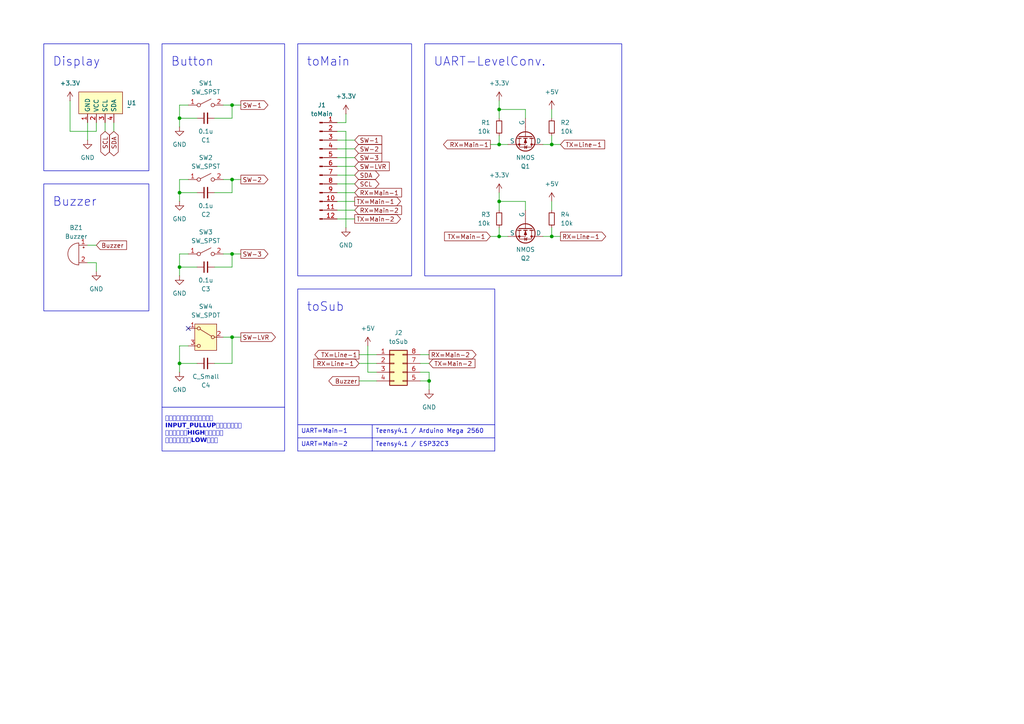
<source format=kicad_sch>
(kicad_sch (version 20250114) (generator "eeschema") (generator_version "9.0")
  (paper "A4")
  (lib_symbols
    (symbol "2025-ui:display-SSD1306"
      (property "Reference" "U" (at 0 1.27 0))
      (symbol "display-SSD1306_1_1"
        (rectangle (start -6.35 0) (end 6.35 -6.35) (fill (type background)))
        (pin passive line (at -3.81 -8.89 90) (length 2.54) (name "GND") (number "1"))
        (pin passive line (at -1.27 -8.89 90) (length 2.54) (name "VCC") (number "2"))
        (pin passive line (at 1.27 -8.89 90) (length 2.54) (name "SCL") (number "3"))
        (pin passive line (at 3.81 -8.89 90) (length 2.54) (name "SDA") (number "4"))
      )
    )
    (symbol "Connector:Conn_01x12_Pin" (pin_names (offset 1.016) (hide yes))
      (property "Reference" "J" (at 0 15.24 0))
      (property "Value" "Conn_01x12_Pin" (at 0 -17.78 0))
      (symbol "Conn_01x12_Pin_1_1"
        (rectangle (start 0.8636 12.827) (end 0 12.573) (stroke (width 0.1524)) (fill (type outline)))
        (rectangle (start 0.8636 10.287) (end 0 10.033) (stroke (width 0.1524)) (fill (type outline)))
        (rectangle (start 0.8636 7.747) (end 0 7.493) (stroke (width 0.1524)) (fill (type outline)))
        (rectangle (start 0.8636 5.207) (end 0 4.953) (stroke (width 0.1524)) (fill (type outline)))
        (rectangle (start 0.8636 2.667) (end 0 2.413) (stroke (width 0.1524)) (fill (type outline)))
        (rectangle (start 0.8636 0.127) (end 0 -0.127) (stroke (width 0.1524)) (fill (type outline)))
        (rectangle (start 0.8636 -2.413) (end 0 -2.667) (stroke (width 0.1524)) (fill (type outline)))
        (rectangle (start 0.8636 -4.953) (end 0 -5.207) (stroke (width 0.1524)) (fill (type outline)))
        (rectangle (start 0.8636 -7.493) (end 0 -7.747) (stroke (width 0.1524)) (fill (type outline)))
        (rectangle (start 0.8636 -10.033) (end 0 -10.287) (stroke (width 0.1524)) (fill (type outline)))
        (rectangle (start 0.8636 -12.573) (end 0 -12.827) (stroke (width 0.1524)) (fill (type outline)))
        (rectangle (start 0.8636 -15.113) (end 0 -15.367) (stroke (width 0.1524)) (fill (type outline)))
        (polyline (pts (xy 1.27 12.7) (xy 0.8636 12.7)) (stroke (width 0.1524)))
        (polyline (pts (xy 1.27 10.16) (xy 0.8636 10.16)) (stroke (width 0.1524)))
        (polyline (pts (xy 1.27 7.62) (xy 0.8636 7.62)) (stroke (width 0.1524)))
        (polyline (pts (xy 1.27 5.08) (xy 0.8636 5.08)) (stroke (width 0.1524)))
        (polyline (pts (xy 1.27 2.54) (xy 0.8636 2.54)) (stroke (width 0.1524)))
        (polyline (pts (xy 1.27 0) (xy 0.8636 0)) (stroke (width 0.1524)))
        (polyline (pts (xy 1.27 -2.54) (xy 0.8636 -2.54)) (stroke (width 0.1524)))
        (polyline (pts (xy 1.27 -5.08) (xy 0.8636 -5.08)) (stroke (width 0.1524)))
        (polyline (pts (xy 1.27 -7.62) (xy 0.8636 -7.62)) (stroke (width 0.1524)))
        (polyline (pts (xy 1.27 -10.16) (xy 0.8636 -10.16)) (stroke (width 0.1524)))
        (polyline (pts (xy 1.27 -12.7) (xy 0.8636 -12.7)) (stroke (width 0.1524)))
        (polyline (pts (xy 1.27 -15.24) (xy 0.8636 -15.24)) (stroke (width 0.1524)))
        (pin passive line (at 5.08 12.7 180) (length 3.81) (name "Pin_1") (number "1"))
        (pin passive line (at 5.08 10.16 180) (length 3.81) (name "Pin_2") (number "2"))
        (pin passive line (at 5.08 7.62 180) (length 3.81) (name "Pin_3") (number "3"))
        (pin passive line (at 5.08 5.08 180) (length 3.81) (name "Pin_4") (number "4"))
        (pin passive line (at 5.08 2.54 180) (length 3.81) (name "Pin_5") (number "5"))
        (pin passive line (at 5.08 0 180) (length 3.81) (name "Pin_6") (number "6"))
        (pin passive line (at 5.08 -2.54 180) (length 3.81) (name "Pin_7") (number "7"))
        (pin passive line (at 5.08 -5.08 180) (length 3.81) (name "Pin_8") (number "8"))
        (pin passive line (at 5.08 -7.62 180) (length 3.81) (name "Pin_9") (number "9"))
        (pin passive line (at 5.08 -10.16 180) (length 3.81) (name "Pin_10") (number "10"))
        (pin passive line (at 5.08 -12.7 180) (length 3.81) (name "Pin_11") (number "11"))
        (pin passive line (at 5.08 -15.24 180) (length 3.81) (name "Pin_12") (number "12"))
      )
    )
    (symbol "Connector_Generic:Conn_02x04_Counter_Clockwise" (pin_names (offset 1.016) (hide yes))
      (property "Reference" "J" (at 1.27 5.08 0))
      (property "Value" "Conn_02x04_Counter_Clockwise" (at 1.27 -7.62 0))
      (symbol "Conn_02x04_Counter_Clockwise_1_1"
        (rectangle (start -1.27 3.81) (end 3.81 -6.35) (stroke (width 0.254)) (fill (type background)))
        (rectangle (start -1.27 2.667) (end 0 2.413) (stroke (width 0.1524)))
        (rectangle (start -1.27 0.127) (end 0 -0.127) (stroke (width 0.1524)))
        (rectangle (start -1.27 -2.413) (end 0 -2.667) (stroke (width 0.1524)))
        (rectangle (start -1.27 -4.953) (end 0 -5.207) (stroke (width 0.1524)))
        (rectangle (start 3.81 2.667) (end 2.54 2.413) (stroke (width 0.1524)))
        (rectangle (start 3.81 0.127) (end 2.54 -0.127) (stroke (width 0.1524)))
        (rectangle (start 3.81 -2.413) (end 2.54 -2.667) (stroke (width 0.1524)))
        (rectangle (start 3.81 -4.953) (end 2.54 -5.207) (stroke (width 0.1524)))
        (pin passive line (at -5.08 2.54 0) (length 3.81) (name "Pin_1") (number "1"))
        (pin passive line (at -5.08 0 0) (length 3.81) (name "Pin_2") (number "2"))
        (pin passive line (at -5.08 -2.54 0) (length 3.81) (name "Pin_3") (number "3"))
        (pin passive line (at -5.08 -5.08 0) (length 3.81) (name "Pin_4") (number "4"))
        (pin passive line (at 7.62 2.54 180) (length 3.81) (name "Pin_8") (number "8"))
        (pin passive line (at 7.62 0 180) (length 3.81) (name "Pin_7") (number "7"))
        (pin passive line (at 7.62 -2.54 180) (length 3.81) (name "Pin_6") (number "6"))
        (pin passive line (at 7.62 -5.08 180) (length 3.81) (name "Pin_5") (number "5"))
      )
    )
    (symbol "Device:Buzzer" (pin_names (offset 0.0254) (hide yes))
      (property "Reference" "BZ" (at 3.81 1.27 0))
      (property "Value" "Buzzer" (at 3.81 -1.27 0))
      (symbol "Buzzer_0_1"
        (polyline (pts (xy -1.651 1.905) (xy -1.143 1.905)))
        (polyline (pts (xy -1.397 2.159) (xy -1.397 1.651)))
        (arc (start 0 3.175) (mid 3.1612 0) (end 0 -3.175))
        (polyline (pts (xy 0 3.175) (xy 0 -3.175)))
      )
      (symbol "Buzzer_1_1"
        (pin passive line (at -2.54 2.54 0) (length 2.54) (name "+") (number "1"))
        (pin passive line (at -2.54 -2.54 0) (length 2.54) (name "-") (number "2"))
      )
    )
    (symbol "Device:C_Small" (pin_numbers (hide yes)) (pin_names (offset 0.254) (hide yes))
      (property "Reference" "C" (at 0.254 1.778 0))
      (property "Value" "C_Small" (at 0.254 -2.032 0))
      (symbol "C_Small_0_1"
        (polyline (pts (xy -1.524 0.508) (xy 1.524 0.508)) (stroke (width 0.3048)))
        (polyline (pts (xy -1.524 -0.508) (xy 1.524 -0.508)) (stroke (width 0.3302)))
      )
      (symbol "C_Small_1_1"
        (pin passive line (at 0 2.54 270) (length 2.032) (name "~") (number "1"))
        (pin passive line (at 0 -2.54 90) (length 2.032) (name "~") (number "2"))
      )
    )
    (symbol "Device:R_Small" (pin_numbers (hide yes)) (pin_names (offset 0.254) (hide yes))
      (property "Reference" "R" (at 0.762 0.508 0))
      (property "Value" "R_Small" (at 0.762 -1.016 0))
      (symbol "R_Small_0_1"
        (rectangle (start -0.762 1.778) (end 0.762 -1.778) (stroke (width 0.2032)))
      )
      (symbol "R_Small_1_1"
        (pin passive line (at 0 2.54 270) (length 0.762) (name "~") (number "1"))
        (pin passive line (at 0 -2.54 90) (length 0.762) (name "~") (number "2"))
      )
    )
    (symbol "Simulation_SPICE:NMOS" (pin_numbers (hide yes)) (pin_names (offset 0))
      (property "Reference" "Q" (at 5.08 1.27 0))
      (property "Value" "NMOS" (at 5.08 -1.27 0))
      (symbol "NMOS_0_1"
        (polyline (pts (xy 0.254 1.905) (xy 0.254 -1.905)) (stroke (width 0.254)))
        (polyline (pts (xy 0.254 0) (xy -2.54 0)))
        (polyline (pts (xy 0.762 2.286) (xy 0.762 1.27)) (stroke (width 0.254)))
        (polyline (pts (xy 0.762 0.508) (xy 0.762 -0.508)) (stroke (width 0.254)))
        (polyline (pts (xy 0.762 -1.27) (xy 0.762 -2.286)) (stroke (width 0.254)))
        (polyline (pts (xy 0.762 -1.778) (xy 3.302 -1.778) (xy 3.302 1.778) (xy 0.762 1.778)))
        (polyline (pts (xy 1.016 0) (xy 2.032 0.381) (xy 2.032 -0.381) (xy 1.016 0)) (fill (type outline)))
        (circle (center 1.651 0) (radius 2.794) (stroke (width 0.254)))
        (polyline (pts (xy 2.54 2.54) (xy 2.54 1.778)))
        (circle (center 2.54 1.778) (radius 0.254) (fill (type outline)))
        (circle (center 2.54 -1.778) (radius 0.254) (fill (type outline)))
        (polyline (pts (xy 2.54 -2.54) (xy 2.54 0) (xy 0.762 0)))
        (polyline (pts (xy 2.794 0.508) (xy 2.921 0.381) (xy 3.683 0.381) (xy 3.81 0.254)))
        (polyline (pts (xy 3.302 0.381) (xy 2.921 -0.254) (xy 3.683 -0.254) (xy 3.302 0.381)))
      )
      (symbol "NMOS_1_1"
        (pin input line (at -5.08 0 0) (length 2.54) (name "G") (number "2"))
        (pin passive line (at 2.54 5.08 270) (length 2.54) (name "D") (number "1"))
        (pin passive line (at 2.54 -5.08 90) (length 2.54) (name "S") (number "3"))
      )
    )
    (symbol "Switch:SW_SPDT" (pin_names (offset 0) (hide yes))
      (property "Reference" "SW" (at 0 5.08 0))
      (property "Value" "SW_SPDT" (at 0 -5.08 0))
      (symbol "SW_SPDT_0_1"
        (circle (center -2.032 0) (radius 0.4572))
        (polyline (pts (xy -1.651 0.254) (xy 1.651 2.286)))
        (circle (center 2.032 2.54) (radius 0.4572))
        (circle (center 2.032 -2.54) (radius 0.4572))
      )
      (symbol "SW_SPDT_1_1"
        (rectangle (start -3.175 3.81) (end 3.175 -3.81) (fill (type background)))
        (pin passive line (at -5.08 0 0) (length 2.54) (name "B") (number "2"))
        (pin passive line (at 5.08 2.54 180) (length 2.54) (name "A") (number "1"))
        (pin passive line (at 5.08 -2.54 180) (length 2.54) (name "C") (number "3"))
      )
    )
    (symbol "Switch:SW_SPST" (pin_names (offset 0) (hide yes))
      (property "Reference" "SW" (at 0 3.175 0))
      (property "Value" "SW_SPST" (at 0 -2.54 0))
      (symbol "SW_SPST_0_0"
        (circle (center -2.032 0) (radius 0.508))
        (polyline (pts (xy -1.524 0.254) (xy 1.524 1.778)))
        (circle (center 2.032 0) (radius 0.508))
      )
      (symbol "SW_SPST_1_1"
        (pin passive line (at -5.08 0 0) (length 2.54) (name "A") (number "1"))
        (pin passive line (at 5.08 0 180) (length 2.54) (name "B") (number "2"))
      )
    )
    (symbol "power:+3.3V" (power) (pin_numbers (hide yes)) (pin_names (offset 0) (hide yes))
      (property "Value" "+3.3V" (at 0 3.556 0))
      (symbol "+3.3V_0_1"
        (polyline (pts (xy -0.762 1.27) (xy 0 2.54)))
        (polyline (pts (xy 0 2.54) (xy 0.762 1.27)))
        (polyline (pts (xy 0 0) (xy 0 2.54)))
      )
      (symbol "+3.3V_1_1"
        (pin power_in line (at 0 0 90) (length 0) (name "~") (number "1"))
      )
    )
    (symbol "power:+5V" (power) (pin_numbers (hide yes)) (pin_names (offset 0) (hide yes))
      (property "Value" "+5V" (at 0 3.556 0))
      (symbol "+5V_0_1"
        (polyline (pts (xy -0.762 1.27) (xy 0 2.54)))
        (polyline (pts (xy 0 2.54) (xy 0.762 1.27)))
        (polyline (pts (xy 0 0) (xy 0 2.54)))
      )
      (symbol "+5V_1_1"
        (pin power_in line (at 0 0 90) (length 0) (name "~") (number "1"))
      )
    )
    (symbol "power:GND" (power) (pin_numbers (hide yes)) (pin_names (offset 0) (hide yes))
      (property "Value" "GND" (at 0 -3.81 0))
      (symbol "GND_0_1"
        (polyline (pts (xy 0 0) (xy 0 -1.27) (xy 1.27 -1.27) (xy 0 -2.54) (xy -1.27 -1.27) (xy 0 -1.27)))
      )
      (symbol "GND_1_1"
        (pin power_in line (at 0 0 270) (length 0) (name "~") (number "1"))
      )
    )
  )
  (rectangle (start 123.19 12.7) (end 180.34 80.01))
  (rectangle (start 12.7 53.34) (end 43.18 90.17))
  (rectangle (start 46.99 12.7) (end 82.55 118.11))
  (rectangle (start 86.36 83.82) (end 143.51 123.19))
  (rectangle (start 86.36 12.7) (end 119.38 80.01))
  (rectangle (start 12.7 12.7) (end 43.18 49.53))
  (text "UART-LevelConv." (at 125.73 16.51 0) (effects (font (size 2.54 2.54)) (justify left top)))
  (text "toMain" (at 88.9 16.51 0) (effects (font (size 2.54 2.54)) (justify left top)))
  (text "Button" (at 49.53 16.51 0) (effects (font (size 2.54 2.54)) (justify left top)))
  (text "Display" (at 15.24 16.51 0) (effects (font (size 2.54 2.54)) (justify left top)))
  (text "Buzzer" (at 15.24 57.15 0) (effects (font (size 2.54 2.54)) (justify left top)))
  (text "toSub" (at 88.9 87.63 0) (effects (font (size 2.54 2.54)) (justify left top)))
  (text_box "昨年とはロジックが反転する\nINPUT_PULLUPを使用すること\nデフォルトはHIGH、ボタンを\n押下したときはLOWになる" (at 46.99 118.11 0) (size 35.56 12.7) (margins 0.9525 0.9525 0.9525 0.9525) (effects (font (size 1.27 1.27) (bold yes)) (justify left)))
  (junction (at 160.02 41.91))
  (junction (at 52.07 77.47))
  (junction (at 144.78 31.75))
  (junction (at 67.31 52.07))
  (junction (at 52.07 34.29))
  (junction (at 144.78 68.58))
  (junction (at 160.02 68.58))
  (junction (at 67.31 97.79))
  (junction (at 144.78 58.42))
  (junction (at 52.07 55.88))
  (junction (at 52.07 105.41))
  (junction (at 124.46 110.49))
  (junction (at 67.31 73.66))
  (junction (at 67.31 30.48))
  (junction (at 144.78 41.91))
  (no_connect (at 54.61 95.25))
  (wire (pts (xy 52.07 107.95) (xy 52.07 105.41)))
  (wire (pts (xy 144.78 31.75) (xy 144.78 34.29)))
  (wire (pts (xy 144.78 58.42) (xy 144.78 60.96)))
  (wire (pts (xy 52.07 34.29) (xy 57.15 34.29)))
  (wire (pts (xy 67.31 97.79) (xy 64.77 97.79)))
  (wire (pts (xy 160.02 41.91) (xy 157.48 41.91)))
  (wire (pts (xy 97.79 60.96) (xy 102.87 60.96)))
  (wire (pts (xy 27.94 35.56) (xy 27.94 38.1)))
  (wire (pts (xy 67.31 105.41) (xy 67.31 97.79)))
  (wire (pts (xy 62.23 105.41) (xy 67.31 105.41)))
  (wire (pts (xy 100.33 38.1) (xy 100.33 66.04)))
  (wire (pts (xy 104.14 102.87) (xy 109.22 102.87)))
  (wire (pts (xy 64.77 73.66) (xy 67.31 73.66)))
  (wire (pts (xy 52.07 30.48) (xy 52.07 34.29)))
  (wire (pts (xy 97.79 38.1) (xy 100.33 38.1)))
  (wire (pts (xy 33.02 35.56) (xy 33.02 38.1)))
  (wire (pts (xy 144.78 55.88) (xy 144.78 58.42)))
  (wire (pts (xy 102.87 43.18) (xy 97.79 43.18)))
  (wire (pts (xy 124.46 107.95) (xy 121.92 107.95)))
  (wire (pts (xy 97.79 55.88) (xy 102.87 55.88)))
  (wire (pts (xy 102.87 45.72) (xy 97.79 45.72)))
  (wire (pts (xy 20.32 38.1) (xy 27.94 38.1)))
  (wire (pts (xy 67.31 30.48) (xy 69.85 30.48)))
  (wire (pts (xy 52.07 52.07) (xy 54.61 52.07)))
  (wire (pts (xy 97.79 35.56) (xy 100.33 35.56)))
  (wire (pts (xy 106.68 100.33) (xy 106.68 107.95)))
  (wire (pts (xy 124.46 102.87) (xy 121.92 102.87)))
  (wire (pts (xy 144.78 58.42) (xy 152.4 58.42)))
  (wire (pts (xy 62.23 77.47) (xy 67.31 77.47)))
  (wire (pts (xy 64.77 30.48) (xy 67.31 30.48)))
  (wire (pts (xy 144.78 41.91) (xy 147.32 41.91)))
  (wire (pts (xy 62.23 55.88) (xy 67.31 55.88)))
  (wire (pts (xy 25.4 35.56) (xy 25.4 40.64)))
  (wire (pts (xy 64.77 52.07) (xy 67.31 52.07)))
  (wire (pts (xy 152.4 58.42) (xy 152.4 60.96)))
  (wire (pts (xy 52.07 52.07) (xy 52.07 55.88)))
  (wire (pts (xy 52.07 55.88) (xy 57.15 55.88)))
  (wire (pts (xy 144.78 29.21) (xy 144.78 31.75)))
  (wire (pts (xy 67.31 34.29) (xy 67.31 30.48)))
  (wire (pts (xy 67.31 52.07) (xy 69.85 52.07)))
  (wire (pts (xy 100.33 33.02) (xy 100.33 35.56)))
  (wire (pts (xy 142.24 68.58) (xy 144.78 68.58)))
  (wire (pts (xy 144.78 31.75) (xy 152.4 31.75)))
  (wire (pts (xy 27.94 71.12) (xy 25.4 71.12)))
  (wire (pts (xy 52.07 77.47) (xy 52.07 80.01)))
  (wire (pts (xy 144.78 68.58) (xy 147.32 68.58)))
  (wire (pts (xy 142.24 41.91) (xy 144.78 41.91)))
  (wire (pts (xy 52.07 55.88) (xy 52.07 58.42)))
  (wire (pts (xy 104.14 105.41) (xy 109.22 105.41)))
  (wire (pts (xy 162.56 41.91) (xy 160.02 41.91)))
  (wire (pts (xy 160.02 39.37) (xy 160.02 41.91)))
  (wire (pts (xy 69.85 97.79) (xy 67.31 97.79)))
  (wire (pts (xy 160.02 66.04) (xy 160.02 68.58)))
  (wire (pts (xy 67.31 73.66) (xy 69.85 73.66)))
  (wire (pts (xy 25.4 76.2) (xy 27.94 76.2)))
  (wire (pts (xy 124.46 113.03) (xy 124.46 110.49)))
  (wire (pts (xy 124.46 105.41) (xy 121.92 105.41)))
  (wire (pts (xy 124.46 110.49) (xy 124.46 107.95)))
  (wire (pts (xy 27.94 76.2) (xy 27.94 78.74)))
  (wire (pts (xy 52.07 73.66) (xy 54.61 73.66)))
  (wire (pts (xy 52.07 73.66) (xy 52.07 77.47)))
  (wire (pts (xy 97.79 53.34) (xy 102.87 53.34)))
  (wire (pts (xy 144.78 68.58) (xy 144.78 66.04)))
  (wire (pts (xy 52.07 30.48) (xy 54.61 30.48)))
  (wire (pts (xy 104.14 110.49) (xy 109.22 110.49)))
  (wire (pts (xy 121.92 110.49) (xy 124.46 110.49)))
  (wire (pts (xy 160.02 58.42) (xy 160.02 60.96)))
  (wire (pts (xy 52.07 34.29) (xy 52.07 36.83)))
  (wire (pts (xy 97.79 58.42) (xy 102.87 58.42)))
  (wire (pts (xy 67.31 77.47) (xy 67.31 73.66)))
  (wire (pts (xy 102.87 40.64) (xy 97.79 40.64)))
  (wire (pts (xy 67.31 55.88) (xy 67.31 52.07)))
  (wire (pts (xy 144.78 41.91) (xy 144.78 39.37)))
  (wire (pts (xy 62.23 34.29) (xy 67.31 34.29)))
  (wire (pts (xy 97.79 63.5) (xy 102.87 63.5)))
  (wire (pts (xy 52.07 100.33) (xy 52.07 105.41)))
  (wire (pts (xy 109.22 107.95) (xy 106.68 107.95)))
  (wire (pts (xy 162.56 68.58) (xy 160.02 68.58)))
  (wire (pts (xy 52.07 105.41) (xy 57.15 105.41)))
  (wire (pts (xy 160.02 31.75) (xy 160.02 34.29)))
  (wire (pts (xy 20.32 29.21) (xy 20.32 38.1)))
  (wire (pts (xy 30.48 35.56) (xy 30.48 38.1)))
  (wire (pts (xy 52.07 77.47) (xy 57.15 77.47)))
  (wire (pts (xy 102.87 48.26) (xy 97.79 48.26)))
  (wire (pts (xy 152.4 31.75) (xy 152.4 34.29)))
  (wire (pts (xy 97.79 50.8) (xy 102.87 50.8)))
  (wire (pts (xy 160.02 68.58) (xy 157.48 68.58)))
  (wire (pts (xy 54.61 100.33) (xy 52.07 100.33)))
  (table (column_count 2) (border (external yes) (header yes)) (separators (rows yes) (cols yes)) (column_widths 21.59 35.56) (row_heights 3.81 3.81) (cells (table_cell "UART=Main-1" (at 86.36 123.19 0) (size 21.59 3.81) (margins 0.9525 0.9525 0.9525 0.9525) (span 1 1)) (table_cell "Teensy4.1 / Arduino Mega 2560" (at 107.95 123.19 0) (size 35.56 3.81) (margins 0.9525 0.9525 0.9525 0.9525) (span 1 1)) (table_cell "UART=Main-2" (at 86.36 127 0) (size 21.59 3.81) (margins 0.9525 0.9525 0.9525 0.9525) (span 1 1)) (table_cell "Teensy4.1 / ESP32C3" (at 107.95 127 0) (size 35.56 3.81) (margins 0.9525 0.9525 0.9525 0.9525) (span 1 1))))
  (global_label "TX=Line-1" (shape input) (at 162.56 41.91 0) (property "Intersheetrefs" "${INTERSHEET_REFS}" (effects (hide yes))))
  (global_label "TX=Main-1" (shape input) (at 142.24 68.58 180) (property "Intersheetrefs" "${INTERSHEET_REFS}" (effects (hide yes))))
  (global_label "Buzzer" (shape output) (at 104.14 110.49 180) (property "Intersheetrefs" "${INTERSHEET_REFS}" (effects (hide yes))))
  (global_label "SW-LVR" (shape output) (at 69.85 97.79 0) (property "Intersheetrefs" "${INTERSHEET_REFS}" (effects (hide yes))))
  (global_label "SW-1" (shape output) (at 69.85 30.48 0) (property "Intersheetrefs" "${INTERSHEET_REFS}" (effects (hide yes))))
  (global_label "TX=Line-1" (shape output) (at 104.14 102.87 180) (property "Intersheetrefs" "${INTERSHEET_REFS}" (effects (hide yes))))
  (global_label "SCL" (shape bidirectional) (at 30.48 38.1 270) (property "Intersheetrefs" "${INTERSHEET_REFS}" (effects (hide yes))))
  (global_label "RX=Line-1" (shape output) (at 162.56 68.58 0) (property "Intersheetrefs" "${INTERSHEET_REFS}" (effects (hide yes))))
  (global_label "RX=Line-1" (shape input) (at 104.14 105.41 180) (property "Intersheetrefs" "${INTERSHEET_REFS}" (effects (hide yes))))
  (global_label "RX=Main-2" (shape input) (at 102.87 60.96 0) (property "Intersheetrefs" "${INTERSHEET_REFS}" (effects (hide yes))))
  (global_label "SW-2" (shape input) (at 102.87 43.18 0) (property "Intersheetrefs" "${INTERSHEET_REFS}" (effects (hide yes))))
  (global_label "TX=Main-1" (shape output) (at 102.87 58.42 0) (property "Intersheetrefs" "${INTERSHEET_REFS}" (effects (hide yes))))
  (global_label "SW-2" (shape output) (at 69.85 52.07 0) (property "Intersheetrefs" "${INTERSHEET_REFS}" (effects (hide yes))))
  (global_label "TX=Main-2" (shape output) (at 102.87 63.5 0) (property "Intersheetrefs" "${INTERSHEET_REFS}" (effects (hide yes))))
  (global_label "SCL" (shape bidirectional) (at 102.87 53.34 0) (property "Intersheetrefs" "${INTERSHEET_REFS}" (effects (hide yes))))
  (global_label "SW-LVR" (shape input) (at 102.87 48.26 0) (property "Intersheetrefs" "${INTERSHEET_REFS}" (effects (hide yes))))
  (global_label "Buzzer" (shape input) (at 27.94 71.12 0) (property "Intersheetrefs" "${INTERSHEET_REFS}" (effects (hide yes))))
  (global_label "RX=Main-2" (shape output) (at 124.46 102.87 0) (property "Intersheetrefs" "${INTERSHEET_REFS}" (effects (hide yes))))
  (global_label "TX=Main-2" (shape input) (at 124.46 105.41 0) (property "Intersheetrefs" "${INTERSHEET_REFS}" (effects (hide yes))))
  (global_label "RX=Main-1" (shape output) (at 142.24 41.91 180) (property "Intersheetrefs" "${INTERSHEET_REFS}" (effects (hide yes))))
  (global_label "RX=Main-1" (shape input) (at 102.87 55.88 0) (property "Intersheetrefs" "${INTERSHEET_REFS}" (effects (hide yes))))
  (global_label "SDA" (shape bidirectional) (at 102.87 50.8 0) (property "Intersheetrefs" "${INTERSHEET_REFS}" (effects (hide yes))))
  (global_label "SW-3" (shape output) (at 69.85 73.66 0) (property "Intersheetrefs" "${INTERSHEET_REFS}" (effects (hide yes))))
  (global_label "SDA" (shape bidirectional) (at 33.02 38.1 270) (property "Intersheetrefs" "${INTERSHEET_REFS}" (effects (hide yes))))
  (global_label "SW-1" (shape input) (at 102.87 40.64 0) (property "Intersheetrefs" "${INTERSHEET_REFS}" (effects (hide yes))))
  (global_label "SW-3" (shape input) (at 102.87 45.72 0) (property "Intersheetrefs" "${INTERSHEET_REFS}" (effects (hide yes))))
  (symbol (lib_id "power:GND") (at 124.46 113.03 0) (unit 1)
    (property "Reference" "#PWR015" (effects (hide yes)))
    (property "Value" "GND" (at 124.46 118.11 0))
    (property "Description" "Power symbol creates a global label with name \"GND\" , ground" (effects (hide yes)))
  )
  (symbol (lib_id "Device:C_Small") (at 59.69 77.47 90) (mirror x) (unit 1)
    (property "Reference" "C3" (at 59.6963 83.82 90))
    (property "Value" "0.1u" (at 59.6963 81.28 90))
    (property "Description" "Unpolarized capacitor, small symbol" (effects (hide yes)))
  )
  (symbol (lib_id "power:GND") (at 52.07 36.83 0) (unit 1)
    (property "Reference" "#PWR05" (effects (hide yes)))
    (property "Value" "GND" (at 52.07 41.91 0))
    (property "Description" "Power symbol creates a global label with name \"GND\" , ground" (effects (hide yes)))
  )
  (symbol (lib_id "Device:Buzzer") (at 22.86 73.66 0) (mirror y) (unit 1)
    (property "Reference" "BZ1" (at 22.1049 66.04 0))
    (property "Value" "Buzzer" (at 22.1049 68.58 0))
    (property "Description" "Buzzer, polarized" (effects (hide yes)))
  )
  (symbol (lib_id "Device:R_Small") (at 144.78 63.5 0) (mirror y) (unit 1)
    (property "Reference" "R3" (at 142.24 62.23 0) (effects (justify left)))
    (property "Value" "10k" (at 142.24 64.77 0) (effects (justify left)))
    (property "Description" "Resistor, small symbol" (effects (hide yes)))
  )
  (symbol (lib_id "power:+3.3V") (at 144.78 29.21 0) (unit 1)
    (property "Reference" "#PWR02" (effects (hide yes)))
    (property "Value" "+3.3V" (at 144.78 24.13 0))
    (property "Description" "Power symbol creates a global label with name \"+3.3V\"" (effects (hide yes)))
  )
  (symbol (lib_id "power:GND") (at 52.07 58.42 0) (unit 1)
    (property "Reference" "#PWR08" (effects (hide yes)))
    (property "Value" "GND" (at 52.07 63.5 0))
    (property "Description" "Power symbol creates a global label with name \"GND\" , ground" (effects (hide yes)))
  )
  (symbol (lib_id "Switch:SW_SPDT") (at 59.69 97.79 0) (mirror y) (unit 1)
    (property "Reference" "SW4" (at 59.69 88.9 0))
    (property "Value" "SW_SPDT" (at 59.69 91.44 0))
    (property "Description" "Switch, single pole double throw" (effects (hide yes)))
  )
  (symbol (lib_id "power:GND") (at 52.07 80.01 0) (unit 1)
    (property "Reference" "#PWR012" (effects (hide yes)))
    (property "Value" "GND" (at 52.07 85.09 0))
    (property "Description" "Power symbol creates a global label with name \"GND\" , ground" (effects (hide yes)))
  )
  (symbol (lib_id "power:GND") (at 25.4 40.64 0) (unit 1)
    (property "Reference" "#PWR06" (effects (hide yes)))
    (property "Value" "GND" (at 25.4 45.72 0))
    (property "Description" "Power symbol creates a global label with name \"GND\" , ground" (effects (hide yes)))
  )
  (symbol (lib_id "power:GND") (at 100.33 66.04 0) (unit 1)
    (property "Reference" "#PWR010" (effects (hide yes)))
    (property "Value" "GND" (at 100.33 71.12 0))
    (property "Description" "Power symbol creates a global label with name \"GND\" , ground" (effects (hide yes)))
  )
  (symbol (lib_id "Device:R_Small") (at 160.02 36.83 0) (unit 1)
    (property "Reference" "R2" (at 162.56 35.56 0) (effects (justify left)))
    (property "Value" "10k" (at 162.56 38.1 0) (effects (justify left)))
    (property "Description" "Resistor, small symbol" (effects (hide yes)))
  )
  (symbol (lib_id "Device:C_Small") (at 59.69 55.88 90) (mirror x) (unit 1)
    (property "Reference" "C2" (at 59.6963 62.23 90))
    (property "Value" "0.1u" (at 59.6963 59.69 90))
    (property "Description" "Unpolarized capacitor, small symbol" (effects (hide yes)))
  )
  (symbol (lib_id "Switch:SW_SPST") (at 59.69 52.07 0) (unit 1)
    (property "Reference" "SW2" (at 59.69 45.72 0))
    (property "Value" "SW_SPST" (at 59.69 48.26 0))
    (property "Description" "Single Pole Single Throw (SPST) switch" (effects (hide yes)))
  )
  (symbol (lib_id "power:GND") (at 27.94 78.74 0) (unit 1)
    (property "Reference" "#PWR011" (effects (hide yes)))
    (property "Value" "GND" (at 27.94 83.82 0))
    (property "Description" "Power symbol creates a global label with name \"GND\" , ground" (effects (hide yes)))
  )
  (symbol (lib_id "Connector:Conn_01x12_Pin") (at 92.71 48.26 0) (unit 1)
    (property "Reference" "J1" (at 93.345 30.48 0))
    (property "Value" "toMain" (at 93.345 33.02 0))
    (property "Description" "Generic connector, single row, 01x12, script generated" (effects (hide yes)))
  )
  (symbol (lib_id "2025-ui:display-SSD1306") (at 29.21 26.67 0) (unit 1)
    (property "Reference" "U1" (at 36.83 29.845 0) (effects (justify left)))
    (property "Value" "~" (at 36.83 31.115 0) (effects (justify left)))
  )
  (symbol (lib_id "power:+3.3V") (at 100.33 33.02 0) (unit 1)
    (property "Reference" "#PWR04" (effects (hide yes)))
    (property "Value" "+3.3V" (at 100.33 27.94 0))
    (property "Description" "Power symbol creates a global label with name \"+3.3V\"" (effects (hide yes)))
  )
  (symbol (lib_id "power:+3.3V") (at 144.78 55.88 0) (unit 1)
    (property "Reference" "#PWR07" (effects (hide yes)))
    (property "Value" "+3.3V" (at 144.78 50.8 0))
    (property "Description" "Power symbol creates a global label with name \"+3.3V\"" (effects (hide yes)))
  )
  (symbol (lib_id "Switch:SW_SPST") (at 59.69 30.48 0) (unit 1)
    (property "Reference" "SW1" (at 59.69 24.13 0))
    (property "Value" "SW_SPST" (at 59.69 26.67 0))
    (property "Description" "Single Pole Single Throw (SPST) switch" (effects (hide yes)))
  )
  (symbol (lib_id "Switch:SW_SPST") (at 59.69 73.66 0) (unit 1)
    (property "Reference" "SW3" (at 59.69 67.31 0))
    (property "Value" "SW_SPST" (at 59.69 69.85 0))
    (property "Description" "Single Pole Single Throw (SPST) switch" (effects (hide yes)))
  )
  (symbol (lib_id "Device:R_Small") (at 144.78 36.83 0) (mirror y) (unit 1)
    (property "Reference" "R1" (at 142.24 35.56 0) (effects (justify left)))
    (property "Value" "10k" (at 142.24 38.1 0) (effects (justify left)))
    (property "Description" "Resistor, small symbol" (effects (hide yes)))
  )
  (symbol (lib_id "power:GND") (at 52.07 107.95 0) (unit 1)
    (property "Reference" "#PWR014" (effects (hide yes)))
    (property "Value" "GND" (at 52.07 113.03 0))
    (property "Description" "Power symbol creates a global label with name \"GND\" , ground" (effects (hide yes)))
  )
  (symbol (lib_id "power:+3.3V") (at 20.32 29.21 0) (unit 1)
    (property "Reference" "#PWR01" (effects (hide yes)))
    (property "Value" "+3.3V" (at 20.32 24.13 0))
    (property "Description" "Power symbol creates a global label with name \"+3.3V\"" (effects (hide yes)))
  )
  (symbol (lib_id "power:+5V") (at 160.02 31.75 0) (unit 1)
    (property "Reference" "#PWR03" (effects (hide yes)))
    (property "Value" "+5V" (at 160.02 26.67 0))
    (property "Description" "Power symbol creates a global label with name \"+5V\"" (effects (hide yes)))
  )
  (symbol (lib_id "Device:R_Small") (at 160.02 63.5 0) (unit 1)
    (property "Reference" "R4" (at 162.56 62.23 0) (effects (justify left)))
    (property "Value" "10k" (at 162.56 64.77 0) (effects (justify left)))
    (property "Description" "Resistor, small symbol" (effects (hide yes)))
  )
  (symbol (lib_id "Connector_Generic:Conn_02x04_Counter_Clockwise") (at 114.3 105.41 0) (unit 1)
    (property "Reference" "J2" (at 115.57 96.52 0))
    (property "Value" "toSub" (at 115.57 99.06 0))
    (property "Description" "Generic connector, double row, 02x04, counter clockwise pin numbering scheme (similar to DIP package numbering), script generated (kicad-library-utils/schlib/autogen/connector/)" (effects (hide yes)))
  )
  (symbol (lib_id "power:+5V") (at 106.68 100.33 0) (unit 1)
    (property "Reference" "#PWR013" (effects (hide yes)))
    (property "Value" "+5V" (at 106.68 95.25 0))
    (property "Description" "Power symbol creates a global label with name \"+5V\"" (effects (hide yes)))
  )
  (symbol (lib_id "Simulation_SPICE:NMOS") (at 152.4 39.37 270) (unit 1)
    (property "Reference" "Q1" (at 152.4 48.26 90))
    (property "Value" "NMOS" (at 152.4 45.72 90))
    (property "Datasheet" "https://ngspice.sourceforge.io/docs/ngspice-html-manual/manual.xhtml#cha_MOSFETs" (effects (hide yes)))
    (property "Description" "N-MOSFET transistor, drain/source/gate" (effects (hide yes)))
    (property "Sim.Device" "NMOS" (effects (hide yes)))
    (property "Sim.Type" "VDMOS" (effects (hide yes)))
    (property "Sim.Pins" "1=D 2=G 3=S" (effects (hide yes)))
  )
  (symbol (lib_id "power:+5V") (at 160.02 58.42 0) (unit 1)
    (property "Reference" "#PWR09" (effects (hide yes)))
    (property "Value" "+5V" (at 160.02 53.34 0))
    (property "Description" "Power symbol creates a global label with name \"+5V\"" (effects (hide yes)))
  )
  (symbol (lib_id "Device:C_Small") (at 59.69 34.29 90) (mirror x) (unit 1)
    (property "Reference" "C1" (at 59.6963 40.64 90))
    (property "Value" "0.1u" (at 59.6963 38.1 90))
    (property "Description" "Unpolarized capacitor, small symbol" (effects (hide yes)))
  )
  (symbol (lib_id "Device:C_Small") (at 59.69 105.41 90) (mirror x) (unit 1)
    (property "Reference" "C4" (at 59.6963 111.76 90))
    (property "Value" "C_Small" (at 59.6963 109.22 90))
    (property "Description" "Unpolarized capacitor, small symbol" (effects (hide yes)))
  )
  (symbol (lib_id "Simulation_SPICE:NMOS") (at 152.4 66.04 270) (unit 1)
    (property "Reference" "Q2" (at 152.4 74.93 90))
    (property "Value" "NMOS" (at 152.4 72.39 90))
    (property "Datasheet" "https://ngspice.sourceforge.io/docs/ngspice-html-manual/manual.xhtml#cha_MOSFETs" (effects (hide yes)))
    (property "Description" "N-MOSFET transistor, drain/source/gate" (effects (hide yes)))
    (property "Sim.Device" "NMOS" (effects (hide yes)))
    (property "Sim.Type" "VDMOS" (effects (hide yes)))
    (property "Sim.Pins" "1=D 2=G 3=S" (effects (hide yes)))
  )
)
</source>
